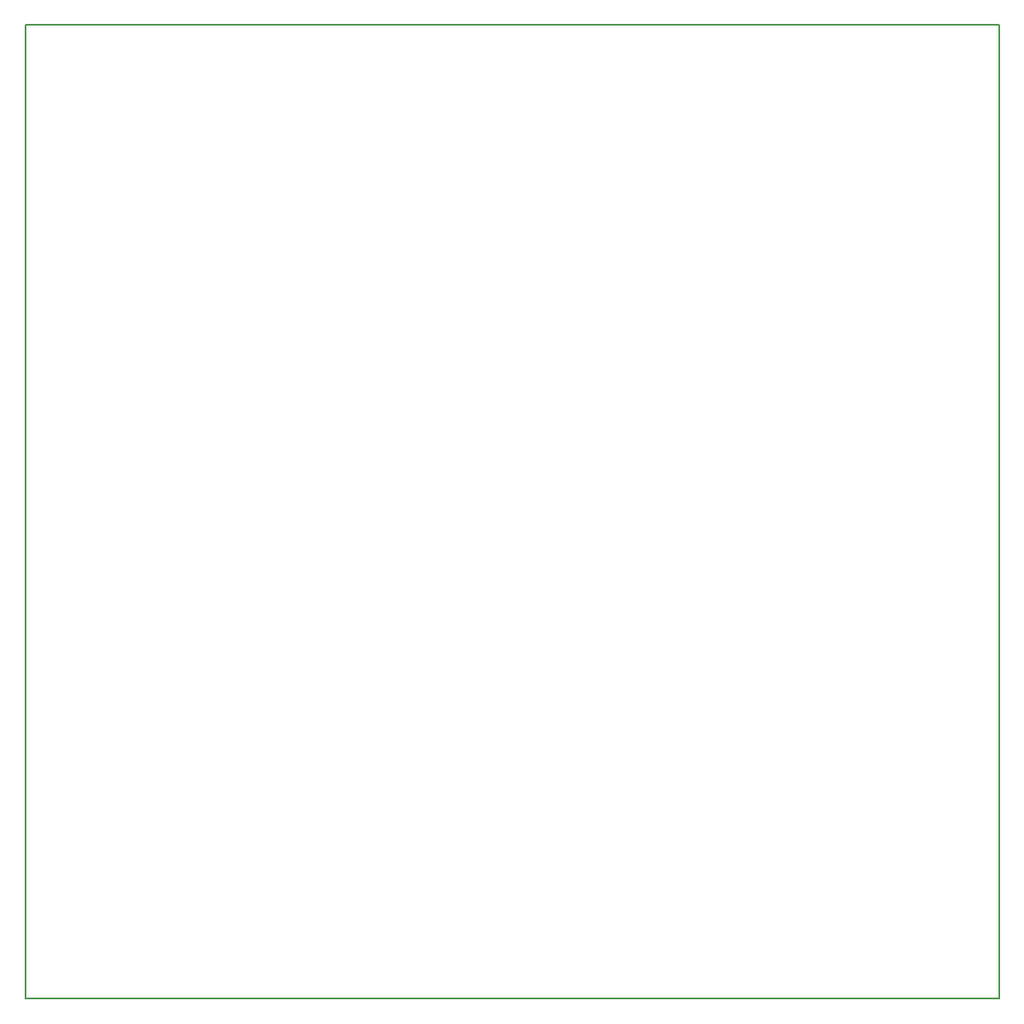
<source format=gbr>
%TF.GenerationSoftware,Altium Limited,Altium Designer,19.0.10 (269)*%
G04 Layer_Color=16711935*
%FSLAX45Y45*%
%MOMM*%
%TF.FileFunction,Keep-out,Top*%
%TF.Part,Single*%
G01*
G75*
%TA.AperFunction,NonConductor*%
%ADD139C,0.20000*%
D139*
X9999999Y10000000D02*
X10000000Y1D01*
X0Y0D02*
X10000000Y1D01*
X-1Y10000000D02*
X9999999D01*
X-1D02*
X0Y0D01*
%TF.MD5,a8699af08b24e08a99a9a57f61d2651e*%
M02*

</source>
